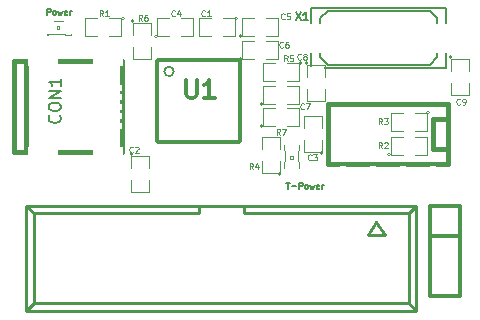
<source format=gto>
G04 (created by PCBNEW (2013-07-07 BZR 4022)-stable) date 7/16/2015 11:13:14 AM*
%MOIN*%
G04 Gerber Fmt 3.4, Leading zero omitted, Abs format*
%FSLAX34Y34*%
G01*
G70*
G90*
G04 APERTURE LIST*
%ADD10C,0.00590551*%
%ADD11C,0.005*%
%ADD12C,0.015*%
%ADD13C,0.01*%
%ADD14C,0.0039*%
%ADD15C,0.012*%
%ADD16C,0.0026*%
%ADD17C,0.004*%
%ADD18C,0.002*%
%ADD19C,0.0118*%
%ADD20C,0.0079*%
%ADD21C,0.008*%
%ADD22C,0.0043*%
%ADD23C,0.011811*%
%ADD24R,0.0906X0.0197*%
%ADD25R,0.0984X0.0787*%
%ADD26C,0.0354*%
%ADD27R,0.2165X0.0787*%
%ADD28C,0.0593*%
%ADD29R,0.035X0.055*%
%ADD30R,0.055X0.035*%
%ADD31R,0.055X0.055*%
%ADD32C,0.055*%
%ADD33R,0.0472X0.0472*%
%ADD34R,0.062X0.09*%
%ADD35O,0.062X0.09*%
%ADD36R,0.0472X0.0118*%
%ADD37R,0.0118X0.0472*%
G04 APERTURE END LIST*
G54D10*
G54D11*
X92926Y-68730D02*
X93040Y-68730D01*
X92983Y-68930D02*
X92983Y-68730D01*
X93107Y-68854D02*
X93259Y-68854D01*
X93354Y-68930D02*
X93354Y-68730D01*
X93430Y-68730D01*
X93450Y-68740D01*
X93459Y-68750D01*
X93469Y-68769D01*
X93469Y-68797D01*
X93459Y-68816D01*
X93450Y-68826D01*
X93430Y-68835D01*
X93354Y-68835D01*
X93583Y-68930D02*
X93564Y-68921D01*
X93554Y-68911D01*
X93545Y-68892D01*
X93545Y-68835D01*
X93554Y-68816D01*
X93564Y-68807D01*
X93583Y-68797D01*
X93611Y-68797D01*
X93630Y-68807D01*
X93640Y-68816D01*
X93650Y-68835D01*
X93650Y-68892D01*
X93640Y-68911D01*
X93630Y-68921D01*
X93611Y-68930D01*
X93583Y-68930D01*
X93716Y-68797D02*
X93754Y-68930D01*
X93792Y-68835D01*
X93830Y-68930D01*
X93869Y-68797D01*
X94021Y-68921D02*
X94002Y-68930D01*
X93964Y-68930D01*
X93945Y-68921D01*
X93935Y-68902D01*
X93935Y-68826D01*
X93945Y-68807D01*
X93964Y-68797D01*
X94002Y-68797D01*
X94021Y-68807D01*
X94030Y-68826D01*
X94030Y-68845D01*
X93935Y-68864D01*
X94116Y-68930D02*
X94116Y-68797D01*
X94116Y-68835D02*
X94126Y-68816D01*
X94135Y-68807D01*
X94154Y-68797D01*
X94173Y-68797D01*
X84954Y-63130D02*
X84954Y-62930D01*
X85030Y-62930D01*
X85050Y-62940D01*
X85059Y-62950D01*
X85069Y-62969D01*
X85069Y-62997D01*
X85059Y-63016D01*
X85050Y-63026D01*
X85030Y-63035D01*
X84954Y-63035D01*
X85183Y-63130D02*
X85164Y-63121D01*
X85154Y-63111D01*
X85145Y-63092D01*
X85145Y-63035D01*
X85154Y-63016D01*
X85164Y-63007D01*
X85183Y-62997D01*
X85211Y-62997D01*
X85230Y-63007D01*
X85240Y-63016D01*
X85250Y-63035D01*
X85250Y-63092D01*
X85240Y-63111D01*
X85230Y-63121D01*
X85211Y-63130D01*
X85183Y-63130D01*
X85316Y-62997D02*
X85354Y-63130D01*
X85392Y-63035D01*
X85430Y-63130D01*
X85469Y-62997D01*
X85621Y-63121D02*
X85602Y-63130D01*
X85564Y-63130D01*
X85545Y-63121D01*
X85535Y-63102D01*
X85535Y-63026D01*
X85545Y-63007D01*
X85564Y-62997D01*
X85602Y-62997D01*
X85621Y-63007D01*
X85630Y-63026D01*
X85630Y-63045D01*
X85535Y-63064D01*
X85716Y-63130D02*
X85716Y-62997D01*
X85716Y-63035D02*
X85726Y-63016D01*
X85735Y-63007D01*
X85754Y-62997D01*
X85773Y-62997D01*
G54D12*
X84233Y-64684D02*
X84233Y-67716D01*
X83839Y-64684D02*
X83839Y-67716D01*
X83839Y-67716D02*
X87461Y-67716D01*
X87461Y-67716D02*
X87461Y-64684D01*
X87461Y-64684D02*
X83839Y-64684D01*
G54D10*
X94050Y-63250D02*
X94050Y-63400D01*
X94050Y-64550D02*
X94050Y-64400D01*
X97950Y-64550D02*
X97950Y-64400D01*
X97950Y-63250D02*
X97950Y-63400D01*
X98250Y-62900D02*
X98250Y-63400D01*
X98250Y-64900D02*
X98250Y-64400D01*
X93750Y-64900D02*
X93750Y-64400D01*
X93750Y-62900D02*
X93750Y-63400D01*
X94050Y-64550D02*
X94300Y-64800D01*
X94300Y-64800D02*
X97700Y-64800D01*
X97700Y-64800D02*
X97950Y-64550D01*
X97950Y-63250D02*
X97700Y-63000D01*
X97700Y-63000D02*
X94300Y-63000D01*
X94300Y-63000D02*
X94050Y-63250D01*
X98250Y-64900D02*
X93750Y-64900D01*
X93750Y-62900D02*
X98250Y-62900D01*
G54D13*
X84500Y-69750D02*
X84250Y-69500D01*
X84500Y-72750D02*
X84250Y-73000D01*
X97000Y-69750D02*
X97250Y-69500D01*
X97250Y-73000D02*
X97000Y-72750D01*
X97000Y-72750D02*
X97000Y-69750D01*
X97000Y-69750D02*
X91500Y-69750D01*
X91500Y-69750D02*
X91500Y-69500D01*
X97000Y-72750D02*
X84500Y-72750D01*
X84500Y-72750D02*
X84500Y-69750D01*
X84500Y-69750D02*
X90000Y-69750D01*
X90000Y-69750D02*
X90000Y-69500D01*
X84250Y-73000D02*
X97250Y-73000D01*
X97250Y-69500D02*
X84250Y-69500D01*
X97250Y-73000D02*
X97250Y-69500D01*
X84250Y-73000D02*
X84250Y-69500D01*
X96202Y-70475D02*
X95927Y-70054D01*
X95927Y-70054D02*
X95651Y-70475D01*
X95651Y-70475D02*
X96202Y-70475D01*
G54D14*
X91450Y-64600D02*
G75*
G03X91450Y-64600I-50J0D01*
G74*
G01*
X91850Y-64600D02*
X91450Y-64600D01*
X91450Y-64600D02*
X91450Y-64000D01*
X91450Y-64000D02*
X91850Y-64000D01*
X92250Y-64000D02*
X92650Y-64000D01*
X92650Y-64000D02*
X92650Y-64600D01*
X92650Y-64600D02*
X92250Y-64600D01*
X88625Y-63850D02*
G75*
G03X88625Y-63850I-50J0D01*
G74*
G01*
X89025Y-63850D02*
X88625Y-63850D01*
X88625Y-63850D02*
X88625Y-63250D01*
X88625Y-63250D02*
X89025Y-63250D01*
X89425Y-63250D02*
X89825Y-63250D01*
X89825Y-63250D02*
X89825Y-63850D01*
X89825Y-63850D02*
X89425Y-63850D01*
X97700Y-66400D02*
G75*
G03X97700Y-66400I-50J0D01*
G74*
G01*
X97200Y-66400D02*
X97600Y-66400D01*
X97600Y-66400D02*
X97600Y-67000D01*
X97600Y-67000D02*
X97200Y-67000D01*
X96800Y-67000D02*
X96400Y-67000D01*
X96400Y-67000D02*
X96400Y-66400D01*
X96400Y-66400D02*
X96800Y-66400D01*
X96400Y-67800D02*
G75*
G03X96400Y-67800I-50J0D01*
G74*
G01*
X96800Y-67800D02*
X96400Y-67800D01*
X96400Y-67800D02*
X96400Y-67200D01*
X96400Y-67200D02*
X96800Y-67200D01*
X97200Y-67200D02*
X97600Y-67200D01*
X97600Y-67200D02*
X97600Y-67800D01*
X97600Y-67800D02*
X97200Y-67800D01*
X94150Y-67750D02*
G75*
G03X94150Y-67750I-50J0D01*
G74*
G01*
X94100Y-67300D02*
X94100Y-67700D01*
X94100Y-67700D02*
X93500Y-67700D01*
X93500Y-67700D02*
X93500Y-67300D01*
X93500Y-66900D02*
X93500Y-66500D01*
X93500Y-66500D02*
X94100Y-66500D01*
X94100Y-66500D02*
X94100Y-66900D01*
X92150Y-66850D02*
G75*
G03X92150Y-66850I-50J0D01*
G74*
G01*
X92550Y-66850D02*
X92150Y-66850D01*
X92150Y-66850D02*
X92150Y-66250D01*
X92150Y-66250D02*
X92550Y-66250D01*
X92950Y-66250D02*
X93350Y-66250D01*
X93350Y-66250D02*
X93350Y-66850D01*
X93350Y-66850D02*
X92950Y-66850D01*
X92750Y-68450D02*
G75*
G03X92750Y-68450I-50J0D01*
G74*
G01*
X92700Y-68000D02*
X92700Y-68400D01*
X92700Y-68400D02*
X92100Y-68400D01*
X92100Y-68400D02*
X92100Y-68000D01*
X92100Y-67600D02*
X92100Y-67200D01*
X92100Y-67200D02*
X92700Y-67200D01*
X92700Y-67200D02*
X92700Y-67600D01*
X87810Y-67775D02*
G75*
G03X87810Y-67775I-50J0D01*
G74*
G01*
X87760Y-68225D02*
X87760Y-67825D01*
X87760Y-67825D02*
X88360Y-67825D01*
X88360Y-67825D02*
X88360Y-68225D01*
X88360Y-68625D02*
X88360Y-69025D01*
X88360Y-69025D02*
X87760Y-69025D01*
X87760Y-69025D02*
X87760Y-68625D01*
X91300Y-63250D02*
G75*
G03X91300Y-63250I-50J0D01*
G74*
G01*
X90800Y-63250D02*
X91200Y-63250D01*
X91200Y-63250D02*
X91200Y-63850D01*
X91200Y-63850D02*
X90800Y-63850D01*
X90400Y-63850D02*
X90000Y-63850D01*
X90000Y-63850D02*
X90000Y-63250D01*
X90000Y-63250D02*
X90400Y-63250D01*
X87525Y-63250D02*
G75*
G03X87525Y-63250I-50J0D01*
G74*
G01*
X87025Y-63250D02*
X87425Y-63250D01*
X87425Y-63250D02*
X87425Y-63850D01*
X87425Y-63850D02*
X87025Y-63850D01*
X86625Y-63850D02*
X86225Y-63850D01*
X86225Y-63850D02*
X86225Y-63250D01*
X86225Y-63250D02*
X86625Y-63250D01*
X98450Y-64550D02*
G75*
G03X98450Y-64550I-50J0D01*
G74*
G01*
X98400Y-65000D02*
X98400Y-64600D01*
X98400Y-64600D02*
X99000Y-64600D01*
X99000Y-64600D02*
X99000Y-65000D01*
X99000Y-65400D02*
X99000Y-65800D01*
X99000Y-65800D02*
X98400Y-65800D01*
X98400Y-65800D02*
X98400Y-65400D01*
X93650Y-64750D02*
G75*
G03X93650Y-64750I-50J0D01*
G74*
G01*
X93600Y-65200D02*
X93600Y-64800D01*
X93600Y-64800D02*
X94200Y-64800D01*
X94200Y-64800D02*
X94200Y-65200D01*
X94200Y-65600D02*
X94200Y-66000D01*
X94200Y-66000D02*
X93600Y-66000D01*
X93600Y-66000D02*
X93600Y-65600D01*
X91450Y-63850D02*
G75*
G03X91450Y-63850I-50J0D01*
G74*
G01*
X91850Y-63850D02*
X91450Y-63850D01*
X91450Y-63850D02*
X91450Y-63250D01*
X91450Y-63250D02*
X91850Y-63250D01*
X92250Y-63250D02*
X92650Y-63250D01*
X92650Y-63250D02*
X92650Y-63850D01*
X92650Y-63850D02*
X92250Y-63850D01*
X93450Y-64750D02*
G75*
G03X93450Y-64750I-50J0D01*
G74*
G01*
X92950Y-64750D02*
X93350Y-64750D01*
X93350Y-64750D02*
X93350Y-65350D01*
X93350Y-65350D02*
X92950Y-65350D01*
X92550Y-65350D02*
X92150Y-65350D01*
X92150Y-65350D02*
X92150Y-64750D01*
X92150Y-64750D02*
X92550Y-64750D01*
X92150Y-66100D02*
G75*
G03X92150Y-66100I-50J0D01*
G74*
G01*
X92550Y-66100D02*
X92150Y-66100D01*
X92150Y-66100D02*
X92150Y-65500D01*
X92150Y-65500D02*
X92550Y-65500D01*
X92950Y-65500D02*
X93350Y-65500D01*
X93350Y-65500D02*
X93350Y-66100D01*
X93350Y-66100D02*
X92950Y-66100D01*
G54D15*
X97700Y-69500D02*
X98700Y-69500D01*
X98700Y-69500D02*
X98700Y-72500D01*
X98700Y-72500D02*
X97700Y-72500D01*
X97700Y-72500D02*
X97700Y-69500D01*
X98700Y-70500D02*
X97700Y-70500D01*
G54D16*
X92982Y-68046D02*
X92854Y-68046D01*
X92854Y-68046D02*
X92854Y-68243D01*
X92982Y-68243D02*
X92854Y-68243D01*
X92982Y-68046D02*
X92982Y-68243D01*
X93227Y-68046D02*
X93168Y-68046D01*
X93168Y-68046D02*
X93168Y-68145D01*
X93227Y-68145D02*
X93168Y-68145D01*
X93227Y-68046D02*
X93227Y-68145D01*
X93032Y-68046D02*
X92973Y-68046D01*
X92973Y-68046D02*
X92973Y-68145D01*
X93032Y-68145D02*
X92973Y-68145D01*
X93032Y-68046D02*
X93032Y-68145D01*
X93178Y-68046D02*
X93022Y-68046D01*
X93022Y-68046D02*
X93022Y-68115D01*
X93178Y-68115D02*
X93022Y-68115D01*
X93178Y-68046D02*
X93178Y-68115D01*
X92982Y-67457D02*
X92854Y-67457D01*
X92854Y-67457D02*
X92854Y-67654D01*
X92982Y-67654D02*
X92854Y-67654D01*
X92982Y-67457D02*
X92982Y-67654D01*
X93346Y-67457D02*
X93218Y-67457D01*
X93218Y-67457D02*
X93218Y-67654D01*
X93346Y-67654D02*
X93218Y-67654D01*
X93346Y-67457D02*
X93346Y-67654D01*
X93032Y-67555D02*
X92973Y-67555D01*
X92973Y-67555D02*
X92973Y-67654D01*
X93032Y-67654D02*
X92973Y-67654D01*
X93032Y-67555D02*
X93032Y-67654D01*
X93227Y-67555D02*
X93168Y-67555D01*
X93168Y-67555D02*
X93168Y-67654D01*
X93227Y-67654D02*
X93168Y-67654D01*
X93227Y-67555D02*
X93227Y-67654D01*
X93178Y-67585D02*
X93022Y-67585D01*
X93022Y-67585D02*
X93022Y-67654D01*
X93178Y-67654D02*
X93022Y-67654D01*
X93178Y-67585D02*
X93178Y-67654D01*
X93139Y-67850D02*
X93061Y-67850D01*
X93061Y-67850D02*
X93061Y-67928D01*
X93139Y-67928D02*
X93061Y-67928D01*
X93139Y-67850D02*
X93139Y-67928D01*
X93336Y-68046D02*
X93218Y-68046D01*
X93218Y-68046D02*
X93218Y-68164D01*
X93336Y-68164D02*
X93218Y-68164D01*
X93336Y-68046D02*
X93336Y-68164D01*
X93346Y-68214D02*
X93257Y-68214D01*
X93257Y-68214D02*
X93257Y-68243D01*
X93346Y-68243D02*
X93257Y-68243D01*
X93346Y-68214D02*
X93346Y-68243D01*
G54D17*
X92874Y-68056D02*
X92874Y-67644D01*
X93326Y-67654D02*
X93326Y-68214D01*
G54D18*
X93305Y-68184D02*
G75*
G03X93305Y-68184I-28J0D01*
G74*
G01*
G54D17*
X93237Y-68243D02*
G75*
G03X92963Y-68243I-137J0D01*
G74*
G01*
X92963Y-67457D02*
G75*
G03X93237Y-67457I137J0D01*
G74*
G01*
G54D16*
X85154Y-63432D02*
X85154Y-63304D01*
X85154Y-63304D02*
X84957Y-63304D01*
X84957Y-63432D02*
X84957Y-63304D01*
X85154Y-63432D02*
X84957Y-63432D01*
X85154Y-63677D02*
X85154Y-63618D01*
X85154Y-63618D02*
X85055Y-63618D01*
X85055Y-63677D02*
X85055Y-63618D01*
X85154Y-63677D02*
X85055Y-63677D01*
X85154Y-63482D02*
X85154Y-63423D01*
X85154Y-63423D02*
X85055Y-63423D01*
X85055Y-63482D02*
X85055Y-63423D01*
X85154Y-63482D02*
X85055Y-63482D01*
X85154Y-63628D02*
X85154Y-63472D01*
X85154Y-63472D02*
X85085Y-63472D01*
X85085Y-63628D02*
X85085Y-63472D01*
X85154Y-63628D02*
X85085Y-63628D01*
X85743Y-63432D02*
X85743Y-63304D01*
X85743Y-63304D02*
X85546Y-63304D01*
X85546Y-63432D02*
X85546Y-63304D01*
X85743Y-63432D02*
X85546Y-63432D01*
X85743Y-63796D02*
X85743Y-63668D01*
X85743Y-63668D02*
X85546Y-63668D01*
X85546Y-63796D02*
X85546Y-63668D01*
X85743Y-63796D02*
X85546Y-63796D01*
X85645Y-63482D02*
X85645Y-63423D01*
X85645Y-63423D02*
X85546Y-63423D01*
X85546Y-63482D02*
X85546Y-63423D01*
X85645Y-63482D02*
X85546Y-63482D01*
X85645Y-63677D02*
X85645Y-63618D01*
X85645Y-63618D02*
X85546Y-63618D01*
X85546Y-63677D02*
X85546Y-63618D01*
X85645Y-63677D02*
X85546Y-63677D01*
X85615Y-63628D02*
X85615Y-63472D01*
X85615Y-63472D02*
X85546Y-63472D01*
X85546Y-63628D02*
X85546Y-63472D01*
X85615Y-63628D02*
X85546Y-63628D01*
X85350Y-63589D02*
X85350Y-63511D01*
X85350Y-63511D02*
X85272Y-63511D01*
X85272Y-63589D02*
X85272Y-63511D01*
X85350Y-63589D02*
X85272Y-63589D01*
X85154Y-63786D02*
X85154Y-63668D01*
X85154Y-63668D02*
X85036Y-63668D01*
X85036Y-63786D02*
X85036Y-63668D01*
X85154Y-63786D02*
X85036Y-63786D01*
X84986Y-63796D02*
X84986Y-63707D01*
X84986Y-63707D02*
X84957Y-63707D01*
X84957Y-63796D02*
X84957Y-63707D01*
X84986Y-63796D02*
X84957Y-63796D01*
G54D17*
X85144Y-63324D02*
X85556Y-63324D01*
X85546Y-63776D02*
X84986Y-63776D01*
G54D18*
X85044Y-63727D02*
G75*
G03X85044Y-63727I-28J0D01*
G74*
G01*
G54D17*
X84957Y-63687D02*
G75*
G03X84957Y-63413I0J137D01*
G74*
G01*
X85743Y-63413D02*
G75*
G03X85743Y-63687I0J-137D01*
G74*
G01*
G54D12*
X98300Y-67600D02*
X97800Y-67600D01*
X97800Y-67600D02*
X97800Y-66600D01*
X97800Y-66600D02*
X98300Y-66600D01*
X98300Y-68100D02*
X94300Y-68100D01*
X94300Y-68100D02*
X94300Y-66100D01*
X94300Y-66100D02*
X98300Y-66100D01*
X98300Y-66100D02*
X98300Y-68100D01*
G54D14*
X87850Y-63350D02*
G75*
G03X87850Y-63350I-50J0D01*
G74*
G01*
X87800Y-63800D02*
X87800Y-63400D01*
X87800Y-63400D02*
X88400Y-63400D01*
X88400Y-63400D02*
X88400Y-63800D01*
X88400Y-64200D02*
X88400Y-64600D01*
X88400Y-64600D02*
X87800Y-64600D01*
X87800Y-64600D02*
X87800Y-64200D01*
G54D19*
X88661Y-67378D02*
X88622Y-67339D01*
G54D20*
X89173Y-65016D02*
G75*
G03X89173Y-65016I-157J0D01*
G74*
G01*
G54D19*
X88622Y-67339D02*
X88622Y-64661D01*
X88622Y-64661D02*
X88661Y-64622D01*
X88661Y-64622D02*
X91339Y-64622D01*
X91339Y-64622D02*
X91378Y-64661D01*
X91378Y-64661D02*
X91378Y-67339D01*
X91378Y-67339D02*
X91339Y-67378D01*
X91339Y-67378D02*
X88661Y-67378D01*
G54D21*
X85373Y-66485D02*
X85392Y-66504D01*
X85411Y-66561D01*
X85411Y-66600D01*
X85392Y-66657D01*
X85354Y-66695D01*
X85316Y-66714D01*
X85240Y-66733D01*
X85183Y-66733D01*
X85107Y-66714D01*
X85069Y-66695D01*
X85030Y-66657D01*
X85011Y-66600D01*
X85011Y-66561D01*
X85030Y-66504D01*
X85050Y-66485D01*
X85011Y-66238D02*
X85011Y-66161D01*
X85030Y-66123D01*
X85069Y-66085D01*
X85145Y-66066D01*
X85278Y-66066D01*
X85354Y-66085D01*
X85392Y-66123D01*
X85411Y-66161D01*
X85411Y-66238D01*
X85392Y-66276D01*
X85354Y-66314D01*
X85278Y-66333D01*
X85145Y-66333D01*
X85069Y-66314D01*
X85030Y-66276D01*
X85011Y-66238D01*
X85411Y-65895D02*
X85011Y-65895D01*
X85411Y-65666D01*
X85011Y-65666D01*
X85411Y-65266D02*
X85411Y-65495D01*
X85411Y-65380D02*
X85011Y-65380D01*
X85069Y-65419D01*
X85107Y-65457D01*
X85126Y-65495D01*
G54D10*
X93247Y-63051D02*
X93414Y-63301D01*
X93414Y-63051D02*
X93247Y-63301D01*
X93640Y-63301D02*
X93497Y-63301D01*
X93569Y-63301D02*
X93569Y-63051D01*
X93545Y-63086D01*
X93521Y-63110D01*
X93497Y-63122D01*
G54D22*
X92817Y-64210D02*
X92807Y-64220D01*
X92779Y-64229D01*
X92760Y-64229D01*
X92732Y-64220D01*
X92713Y-64201D01*
X92704Y-64182D01*
X92695Y-64145D01*
X92695Y-64117D01*
X92704Y-64079D01*
X92713Y-64060D01*
X92732Y-64042D01*
X92760Y-64032D01*
X92779Y-64032D01*
X92807Y-64042D01*
X92817Y-64051D01*
X92986Y-64032D02*
X92948Y-64032D01*
X92929Y-64042D01*
X92920Y-64051D01*
X92901Y-64079D01*
X92892Y-64117D01*
X92892Y-64192D01*
X92901Y-64210D01*
X92910Y-64220D01*
X92929Y-64229D01*
X92967Y-64229D01*
X92986Y-64220D01*
X92995Y-64210D01*
X93004Y-64192D01*
X93004Y-64145D01*
X92995Y-64126D01*
X92986Y-64117D01*
X92967Y-64107D01*
X92929Y-64107D01*
X92910Y-64117D01*
X92901Y-64126D01*
X92892Y-64145D01*
X89217Y-63160D02*
X89207Y-63170D01*
X89179Y-63179D01*
X89160Y-63179D01*
X89132Y-63170D01*
X89113Y-63151D01*
X89104Y-63132D01*
X89095Y-63095D01*
X89095Y-63067D01*
X89104Y-63029D01*
X89113Y-63010D01*
X89132Y-62992D01*
X89160Y-62982D01*
X89179Y-62982D01*
X89207Y-62992D01*
X89217Y-63001D01*
X89386Y-63048D02*
X89386Y-63179D01*
X89339Y-62973D02*
X89292Y-63114D01*
X89414Y-63114D01*
X96117Y-66779D02*
X96051Y-66685D01*
X96004Y-66779D02*
X96004Y-66582D01*
X96079Y-66582D01*
X96098Y-66592D01*
X96107Y-66601D01*
X96117Y-66620D01*
X96117Y-66648D01*
X96107Y-66667D01*
X96098Y-66676D01*
X96079Y-66685D01*
X96004Y-66685D01*
X96182Y-66582D02*
X96304Y-66582D01*
X96239Y-66657D01*
X96267Y-66657D01*
X96286Y-66667D01*
X96295Y-66676D01*
X96304Y-66695D01*
X96304Y-66742D01*
X96295Y-66760D01*
X96286Y-66770D01*
X96267Y-66779D01*
X96210Y-66779D01*
X96192Y-66770D01*
X96182Y-66760D01*
X96117Y-67579D02*
X96051Y-67485D01*
X96004Y-67579D02*
X96004Y-67382D01*
X96079Y-67382D01*
X96098Y-67392D01*
X96107Y-67401D01*
X96117Y-67420D01*
X96117Y-67448D01*
X96107Y-67467D01*
X96098Y-67476D01*
X96079Y-67485D01*
X96004Y-67485D01*
X96192Y-67401D02*
X96201Y-67392D01*
X96220Y-67382D01*
X96267Y-67382D01*
X96286Y-67392D01*
X96295Y-67401D01*
X96304Y-67420D01*
X96304Y-67439D01*
X96295Y-67467D01*
X96182Y-67579D01*
X96304Y-67579D01*
X93767Y-67960D02*
X93757Y-67970D01*
X93729Y-67979D01*
X93710Y-67979D01*
X93682Y-67970D01*
X93663Y-67951D01*
X93654Y-67932D01*
X93645Y-67895D01*
X93645Y-67867D01*
X93654Y-67829D01*
X93663Y-67810D01*
X93682Y-67792D01*
X93710Y-67782D01*
X93729Y-67782D01*
X93757Y-67792D01*
X93767Y-67801D01*
X93832Y-67782D02*
X93954Y-67782D01*
X93889Y-67857D01*
X93917Y-67857D01*
X93936Y-67867D01*
X93945Y-67876D01*
X93954Y-67895D01*
X93954Y-67942D01*
X93945Y-67960D01*
X93936Y-67970D01*
X93917Y-67979D01*
X93860Y-67979D01*
X93842Y-67970D01*
X93832Y-67960D01*
X92717Y-67129D02*
X92651Y-67035D01*
X92604Y-67129D02*
X92604Y-66932D01*
X92679Y-66932D01*
X92698Y-66942D01*
X92707Y-66951D01*
X92717Y-66970D01*
X92717Y-66998D01*
X92707Y-67017D01*
X92698Y-67026D01*
X92679Y-67035D01*
X92604Y-67035D01*
X92782Y-66932D02*
X92914Y-66932D01*
X92829Y-67129D01*
X91817Y-68279D02*
X91751Y-68185D01*
X91704Y-68279D02*
X91704Y-68082D01*
X91779Y-68082D01*
X91798Y-68092D01*
X91807Y-68101D01*
X91817Y-68120D01*
X91817Y-68148D01*
X91807Y-68167D01*
X91798Y-68176D01*
X91779Y-68185D01*
X91704Y-68185D01*
X91986Y-68148D02*
X91986Y-68279D01*
X91939Y-68073D02*
X91892Y-68214D01*
X92014Y-68214D01*
X87817Y-67710D02*
X87807Y-67720D01*
X87779Y-67729D01*
X87760Y-67729D01*
X87732Y-67720D01*
X87713Y-67701D01*
X87704Y-67682D01*
X87695Y-67645D01*
X87695Y-67617D01*
X87704Y-67579D01*
X87713Y-67560D01*
X87732Y-67542D01*
X87760Y-67532D01*
X87779Y-67532D01*
X87807Y-67542D01*
X87817Y-67551D01*
X87892Y-67551D02*
X87901Y-67542D01*
X87920Y-67532D01*
X87967Y-67532D01*
X87986Y-67542D01*
X87995Y-67551D01*
X88004Y-67570D01*
X88004Y-67589D01*
X87995Y-67617D01*
X87882Y-67729D01*
X88004Y-67729D01*
X90217Y-63160D02*
X90207Y-63170D01*
X90179Y-63179D01*
X90160Y-63179D01*
X90132Y-63170D01*
X90113Y-63151D01*
X90104Y-63132D01*
X90095Y-63095D01*
X90095Y-63067D01*
X90104Y-63029D01*
X90113Y-63010D01*
X90132Y-62992D01*
X90160Y-62982D01*
X90179Y-62982D01*
X90207Y-62992D01*
X90217Y-63001D01*
X90404Y-63179D02*
X90292Y-63179D01*
X90348Y-63179D02*
X90348Y-62982D01*
X90329Y-63010D01*
X90310Y-63029D01*
X90292Y-63039D01*
X86817Y-63179D02*
X86751Y-63085D01*
X86704Y-63179D02*
X86704Y-62982D01*
X86779Y-62982D01*
X86798Y-62992D01*
X86807Y-63001D01*
X86817Y-63020D01*
X86817Y-63048D01*
X86807Y-63067D01*
X86798Y-63076D01*
X86779Y-63085D01*
X86704Y-63085D01*
X87004Y-63179D02*
X86892Y-63179D01*
X86948Y-63179D02*
X86948Y-62982D01*
X86929Y-63010D01*
X86910Y-63029D01*
X86892Y-63039D01*
X98717Y-66110D02*
X98707Y-66120D01*
X98679Y-66129D01*
X98660Y-66129D01*
X98632Y-66120D01*
X98613Y-66101D01*
X98604Y-66082D01*
X98595Y-66045D01*
X98595Y-66017D01*
X98604Y-65979D01*
X98613Y-65960D01*
X98632Y-65942D01*
X98660Y-65932D01*
X98679Y-65932D01*
X98707Y-65942D01*
X98717Y-65951D01*
X98810Y-66129D02*
X98848Y-66129D01*
X98867Y-66120D01*
X98876Y-66110D01*
X98895Y-66082D01*
X98904Y-66045D01*
X98904Y-65970D01*
X98895Y-65951D01*
X98886Y-65942D01*
X98867Y-65932D01*
X98829Y-65932D01*
X98810Y-65942D01*
X98801Y-65951D01*
X98792Y-65970D01*
X98792Y-66017D01*
X98801Y-66035D01*
X98810Y-66045D01*
X98829Y-66054D01*
X98867Y-66054D01*
X98886Y-66045D01*
X98895Y-66035D01*
X98904Y-66017D01*
X93417Y-64610D02*
X93407Y-64620D01*
X93379Y-64629D01*
X93360Y-64629D01*
X93332Y-64620D01*
X93313Y-64601D01*
X93304Y-64582D01*
X93295Y-64545D01*
X93295Y-64517D01*
X93304Y-64479D01*
X93313Y-64460D01*
X93332Y-64442D01*
X93360Y-64432D01*
X93379Y-64432D01*
X93407Y-64442D01*
X93417Y-64451D01*
X93529Y-64517D02*
X93510Y-64507D01*
X93501Y-64498D01*
X93492Y-64479D01*
X93492Y-64470D01*
X93501Y-64451D01*
X93510Y-64442D01*
X93529Y-64432D01*
X93567Y-64432D01*
X93586Y-64442D01*
X93595Y-64451D01*
X93604Y-64470D01*
X93604Y-64479D01*
X93595Y-64498D01*
X93586Y-64507D01*
X93567Y-64517D01*
X93529Y-64517D01*
X93510Y-64526D01*
X93501Y-64535D01*
X93492Y-64554D01*
X93492Y-64592D01*
X93501Y-64610D01*
X93510Y-64620D01*
X93529Y-64629D01*
X93567Y-64629D01*
X93586Y-64620D01*
X93595Y-64610D01*
X93604Y-64592D01*
X93604Y-64554D01*
X93595Y-64535D01*
X93586Y-64526D01*
X93567Y-64517D01*
X92867Y-63260D02*
X92857Y-63270D01*
X92829Y-63279D01*
X92810Y-63279D01*
X92782Y-63270D01*
X92763Y-63251D01*
X92754Y-63232D01*
X92745Y-63195D01*
X92745Y-63167D01*
X92754Y-63129D01*
X92763Y-63110D01*
X92782Y-63092D01*
X92810Y-63082D01*
X92829Y-63082D01*
X92857Y-63092D01*
X92867Y-63101D01*
X93045Y-63082D02*
X92951Y-63082D01*
X92942Y-63176D01*
X92951Y-63167D01*
X92970Y-63157D01*
X93017Y-63157D01*
X93036Y-63167D01*
X93045Y-63176D01*
X93054Y-63195D01*
X93054Y-63242D01*
X93045Y-63260D01*
X93036Y-63270D01*
X93017Y-63279D01*
X92970Y-63279D01*
X92951Y-63270D01*
X92942Y-63260D01*
X92967Y-64679D02*
X92901Y-64585D01*
X92854Y-64679D02*
X92854Y-64482D01*
X92929Y-64482D01*
X92948Y-64492D01*
X92957Y-64501D01*
X92967Y-64520D01*
X92967Y-64548D01*
X92957Y-64567D01*
X92948Y-64576D01*
X92929Y-64585D01*
X92854Y-64585D01*
X93145Y-64482D02*
X93051Y-64482D01*
X93042Y-64576D01*
X93051Y-64567D01*
X93070Y-64557D01*
X93117Y-64557D01*
X93136Y-64567D01*
X93145Y-64576D01*
X93154Y-64595D01*
X93154Y-64642D01*
X93145Y-64660D01*
X93136Y-64670D01*
X93117Y-64679D01*
X93070Y-64679D01*
X93051Y-64670D01*
X93042Y-64660D01*
X93517Y-66260D02*
X93507Y-66270D01*
X93479Y-66279D01*
X93460Y-66279D01*
X93432Y-66270D01*
X93413Y-66251D01*
X93404Y-66232D01*
X93395Y-66195D01*
X93395Y-66167D01*
X93404Y-66129D01*
X93413Y-66110D01*
X93432Y-66092D01*
X93460Y-66082D01*
X93479Y-66082D01*
X93507Y-66092D01*
X93517Y-66101D01*
X93582Y-66082D02*
X93714Y-66082D01*
X93629Y-66279D01*
X88117Y-63329D02*
X88051Y-63235D01*
X88004Y-63329D02*
X88004Y-63132D01*
X88079Y-63132D01*
X88098Y-63142D01*
X88107Y-63151D01*
X88117Y-63170D01*
X88117Y-63198D01*
X88107Y-63217D01*
X88098Y-63226D01*
X88079Y-63235D01*
X88004Y-63235D01*
X88286Y-63132D02*
X88248Y-63132D01*
X88229Y-63142D01*
X88220Y-63151D01*
X88201Y-63179D01*
X88192Y-63217D01*
X88192Y-63292D01*
X88201Y-63310D01*
X88210Y-63320D01*
X88229Y-63329D01*
X88267Y-63329D01*
X88286Y-63320D01*
X88295Y-63310D01*
X88304Y-63292D01*
X88304Y-63245D01*
X88295Y-63226D01*
X88286Y-63217D01*
X88267Y-63207D01*
X88229Y-63207D01*
X88210Y-63217D01*
X88201Y-63226D01*
X88192Y-63245D01*
G54D15*
X89592Y-65292D02*
X89592Y-65778D01*
X89621Y-65835D01*
X89650Y-65864D01*
X89707Y-65892D01*
X89821Y-65892D01*
X89878Y-65864D01*
X89907Y-65835D01*
X89935Y-65778D01*
X89935Y-65292D01*
X90535Y-65892D02*
X90192Y-65892D01*
X90364Y-65892D02*
X90364Y-65292D01*
X90307Y-65378D01*
X90250Y-65435D01*
X90192Y-65464D01*
%LPC*%
G54D23*
X85183Y-68916D02*
X84950Y-68916D01*
X84950Y-69283D02*
X84950Y-68583D01*
X85283Y-68583D01*
X85450Y-68583D02*
X85850Y-68583D01*
X85650Y-69283D02*
X85650Y-68583D01*
X86050Y-69083D02*
X86383Y-69083D01*
X85983Y-69283D02*
X86216Y-68583D01*
X86450Y-69283D01*
X87050Y-68616D02*
X86983Y-68583D01*
X86883Y-68583D01*
X86783Y-68616D01*
X86716Y-68683D01*
X86683Y-68750D01*
X86650Y-68883D01*
X86650Y-68983D01*
X86683Y-69116D01*
X86716Y-69183D01*
X86783Y-69250D01*
X86883Y-69283D01*
X86950Y-69283D01*
X87050Y-69250D01*
X87083Y-69216D01*
X87083Y-68983D01*
X86950Y-68983D01*
G54D24*
X87008Y-65570D03*
X87008Y-65885D03*
X87008Y-66200D03*
X87008Y-66515D03*
X87008Y-66830D03*
G54D25*
X86969Y-64448D03*
X84804Y-64448D03*
X86969Y-67952D03*
X84804Y-67952D03*
G54D26*
X85985Y-65334D03*
X85985Y-67066D03*
G54D27*
X94150Y-63900D03*
X97850Y-63900D03*
G54D28*
X95250Y-70750D03*
X95250Y-71750D03*
X94250Y-70750D03*
X94250Y-71750D03*
X93250Y-70750D03*
X93250Y-71750D03*
X92250Y-70750D03*
X92250Y-71750D03*
X91250Y-70750D03*
X91250Y-71750D03*
X90250Y-70750D03*
X90250Y-71750D03*
X89250Y-70750D03*
X89250Y-71750D03*
X88250Y-70750D03*
X88250Y-71750D03*
X87250Y-70750D03*
X87250Y-71750D03*
X86250Y-70750D03*
X86250Y-71750D03*
G54D29*
X91675Y-64300D03*
X92425Y-64300D03*
X88850Y-63550D03*
X89600Y-63550D03*
X97375Y-66700D03*
X96625Y-66700D03*
X96625Y-67500D03*
X97375Y-67500D03*
G54D30*
X93800Y-67475D03*
X93800Y-66725D03*
G54D29*
X92375Y-66550D03*
X93125Y-66550D03*
G54D30*
X92400Y-68175D03*
X92400Y-67425D03*
X88060Y-68050D03*
X88060Y-68800D03*
G54D29*
X90975Y-63550D03*
X90225Y-63550D03*
X87200Y-63550D03*
X86450Y-63550D03*
G54D30*
X98700Y-64825D03*
X98700Y-65575D03*
X93900Y-65025D03*
X93900Y-65775D03*
G54D29*
X91675Y-63550D03*
X92425Y-63550D03*
X93125Y-65050D03*
X92375Y-65050D03*
X92375Y-65800D03*
X93125Y-65800D03*
G54D31*
X98200Y-70000D03*
G54D32*
X98200Y-71000D03*
X98200Y-72000D03*
G54D33*
X93100Y-67437D03*
X93100Y-68263D03*
X85763Y-63550D03*
X84937Y-63550D03*
G54D34*
X97800Y-65600D03*
G54D35*
X96800Y-65600D03*
X95800Y-65600D03*
X94800Y-65600D03*
X94800Y-68600D03*
X95800Y-68600D03*
X96800Y-68600D03*
X97800Y-68600D03*
G54D30*
X88100Y-63625D03*
X88100Y-64375D03*
G54D36*
X88327Y-66098D03*
X88327Y-65902D03*
X88327Y-66295D03*
X88327Y-65705D03*
X88327Y-65508D03*
X88327Y-65311D03*
X88327Y-65114D03*
X88327Y-64917D03*
X88327Y-66492D03*
X88327Y-66689D03*
X88327Y-66886D03*
X88327Y-67083D03*
X91673Y-66098D03*
X91673Y-65902D03*
X91673Y-66295D03*
X91673Y-66492D03*
X91673Y-66689D03*
X91673Y-66886D03*
X91673Y-67083D03*
X91673Y-65705D03*
X91673Y-65508D03*
X91673Y-65311D03*
X91673Y-65114D03*
X91673Y-64917D03*
G54D37*
X90098Y-64327D03*
X90295Y-64327D03*
X90492Y-64327D03*
X90689Y-64327D03*
X90886Y-64327D03*
X91083Y-64327D03*
X89902Y-64327D03*
X89705Y-64327D03*
X89508Y-64327D03*
X89311Y-64327D03*
X89114Y-64327D03*
X88917Y-64327D03*
X90098Y-67673D03*
X90295Y-67673D03*
X90492Y-67673D03*
X90689Y-67673D03*
X90886Y-67673D03*
X91083Y-67673D03*
X89902Y-67673D03*
X89705Y-67673D03*
X89508Y-67673D03*
X89311Y-67673D03*
X89114Y-67673D03*
X88917Y-67673D03*
M02*

</source>
